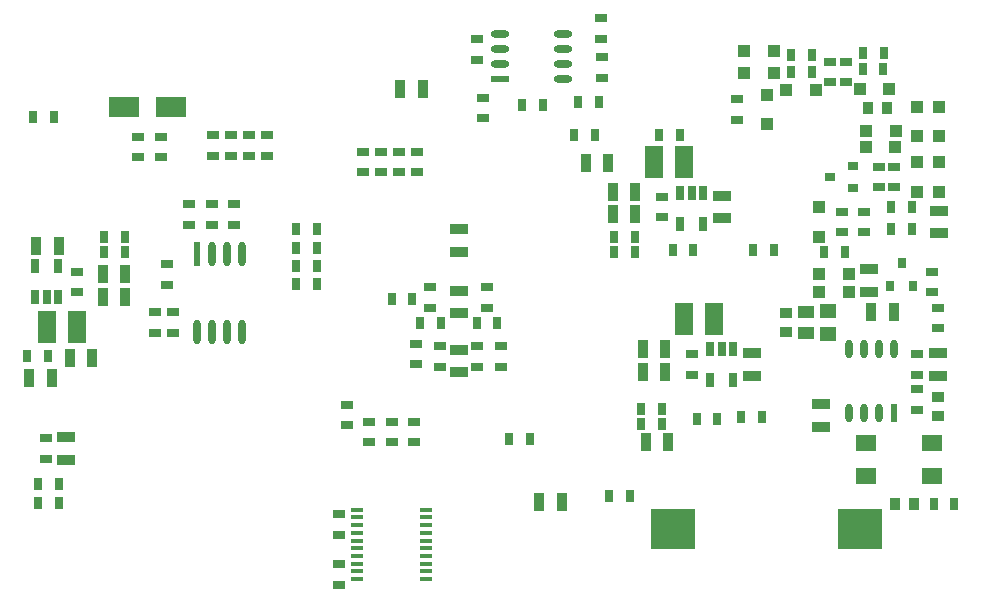
<source format=gbp>
G04 #@! TF.GenerationSoftware,KiCad,Pcbnew,5.0.0-rc3+dfsg1-1*
G04 #@! TF.CreationDate,2018-07-07T16:08:11+02:00*
G04 #@! TF.ProjectId,ulx3s,756C7833732E6B696361645F70636200,rev?*
G04 #@! TF.SameCoordinates,Original*
G04 #@! TF.FileFunction,Paste,Bot*
G04 #@! TF.FilePolarity,Positive*
%FSLAX46Y46*%
G04 Gerber Fmt 4.6, Leading zero omitted, Abs format (unit mm)*
G04 Created by KiCad (PCBNEW 5.0.0-rc3+dfsg1-1) date Sat Jul  7 16:08:11 2018*
%MOMM*%
%LPD*%
G01*
G04 APERTURE LIST*
%ADD10R,0.670000X1.000000*%
%ADD11R,3.700000X3.500000*%
%ADD12R,1.550000X0.600000*%
%ADD13O,1.550000X0.600000*%
%ADD14R,0.600000X2.100000*%
%ADD15O,0.600000X2.100000*%
%ADD16R,0.600000X1.550000*%
%ADD17O,0.600000X1.550000*%
%ADD18R,1.000000X0.400000*%
%ADD19R,0.700000X1.200000*%
%ADD20R,1.800000X1.400000*%
%ADD21R,0.970000X1.500000*%
%ADD22R,1.500000X0.970000*%
%ADD23R,1.000000X0.670000*%
%ADD24R,1.000000X1.000000*%
%ADD25R,1.500000X2.700000*%
%ADD26R,2.500000X1.800000*%
%ADD27R,0.800000X0.900000*%
%ADD28R,0.900000X0.800000*%
%ADD29R,0.820000X1.000000*%
%ADD30R,1.000000X0.820000*%
%ADD31R,1.400000X1.120000*%
%ADD32R,1.400000X1.295000*%
G04 APERTURE END LIST*
D10*
G04 #@! TO.C,C49*
X103738000Y-91156000D03*
X101988000Y-91156000D03*
G04 #@! TD*
D11*
G04 #@! TO.C,BAT1*
X172485000Y-105870000D03*
X156685000Y-105870000D03*
G04 #@! TD*
D12*
G04 #@! TO.C,U11*
X141980000Y-67706500D03*
D13*
X141980000Y-66436500D03*
X141980000Y-65166500D03*
X141980000Y-63896500D03*
X147380000Y-63896500D03*
X147380000Y-65166500D03*
X147380000Y-66436500D03*
X147380000Y-67706500D03*
G04 #@! TD*
D14*
G04 #@! TO.C,U10*
X116340000Y-82520000D03*
D15*
X117610000Y-82520000D03*
X118880000Y-82520000D03*
X120150000Y-82520000D03*
X120150000Y-89124000D03*
X118880000Y-89124000D03*
X117610000Y-89124000D03*
X116340000Y-89124000D03*
G04 #@! TD*
D16*
G04 #@! TO.C,U7*
X175395000Y-96015000D03*
D17*
X174125000Y-96015000D03*
X172855000Y-96015000D03*
X171585000Y-96015000D03*
X171585000Y-90615000D03*
X172855000Y-90615000D03*
X174125000Y-90615000D03*
X175395000Y-90615000D03*
G04 #@! TD*
D18*
G04 #@! TO.C,U6*
X129935000Y-104215000D03*
X129935000Y-104865000D03*
X129935000Y-105515000D03*
X129935000Y-106165000D03*
X129935000Y-106815000D03*
X129935000Y-107465000D03*
X129935000Y-108115000D03*
X129935000Y-108765000D03*
X129935000Y-109415000D03*
X129935000Y-110065000D03*
X135735000Y-110065000D03*
X135735000Y-109415000D03*
X135735000Y-108765000D03*
X135735000Y-108115000D03*
X135735000Y-107465000D03*
X135735000Y-106815000D03*
X135735000Y-106165000D03*
X135735000Y-105515000D03*
X135735000Y-104865000D03*
X135735000Y-104215000D03*
G04 #@! TD*
D19*
G04 #@! TO.C,U5*
X157285000Y-77392000D03*
X158235000Y-77392000D03*
X159185000Y-77392000D03*
X159185000Y-79992000D03*
X157285000Y-79992000D03*
G04 #@! TD*
G04 #@! TO.C,U3*
X159825000Y-90600000D03*
X160775000Y-90600000D03*
X161725000Y-90600000D03*
X161725000Y-93200000D03*
X159825000Y-93200000D03*
G04 #@! TD*
G04 #@! TO.C,U4*
X104575000Y-86215000D03*
X103625000Y-86215000D03*
X102675000Y-86215000D03*
X102675000Y-83615000D03*
X104575000Y-83615000D03*
G04 #@! TD*
D20*
G04 #@! TO.C,Y2*
X178576000Y-98522000D03*
X172976000Y-98522000D03*
X172976000Y-101322000D03*
X178576000Y-101322000D03*
G04 #@! TD*
D21*
G04 #@! TO.C,C47*
X133546000Y-68550000D03*
X135456000Y-68550000D03*
G04 #@! TD*
G04 #@! TO.C,C1*
X102748500Y-81885000D03*
X104658500Y-81885000D03*
G04 #@! TD*
D10*
G04 #@! TO.C,C2*
X153985000Y-96910000D03*
X155735000Y-96910000D03*
G04 #@! TD*
D21*
G04 #@! TO.C,C3*
X156015000Y-90630000D03*
X154105000Y-90630000D03*
G04 #@! TD*
G04 #@! TO.C,C4*
X154105000Y-92535000D03*
X156015000Y-92535000D03*
G04 #@! TD*
D22*
G04 #@! TO.C,C5*
X163315000Y-90945000D03*
X163315000Y-92855000D03*
G04 #@! TD*
D10*
G04 #@! TO.C,C6*
X151645000Y-82375000D03*
X153395000Y-82375000D03*
G04 #@! TD*
D21*
G04 #@! TO.C,C7*
X153475000Y-79200000D03*
X151565000Y-79200000D03*
G04 #@! TD*
G04 #@! TO.C,C8*
X153475000Y-77295000D03*
X151565000Y-77295000D03*
G04 #@! TD*
D22*
G04 #@! TO.C,C9*
X160775000Y-79520000D03*
X160775000Y-77610000D03*
G04 #@! TD*
D10*
G04 #@! TO.C,C10*
X108465000Y-81105000D03*
X110215000Y-81105000D03*
G04 #@! TD*
D21*
G04 #@! TO.C,C11*
X108385000Y-84280000D03*
X110295000Y-84280000D03*
G04 #@! TD*
G04 #@! TO.C,C12*
X110295000Y-86185000D03*
X108385000Y-86185000D03*
G04 #@! TD*
D22*
G04 #@! TO.C,C13*
X173221000Y-83833000D03*
X173221000Y-85743000D03*
G04 #@! TD*
D23*
G04 #@! TO.C,C14*
X175380000Y-76900000D03*
X175380000Y-75150000D03*
G04 #@! TD*
D22*
G04 #@! TO.C,C15*
X105276000Y-99967000D03*
X105276000Y-98057000D03*
G04 #@! TD*
D21*
G04 #@! TO.C,C16*
X173424000Y-87473000D03*
X175334000Y-87473000D03*
G04 #@! TD*
D22*
G04 #@! TO.C,C17*
X138500000Y-90665000D03*
X138500000Y-92575000D03*
G04 #@! TD*
D23*
G04 #@! TO.C,C18*
X150589600Y-64359000D03*
X150589600Y-62609000D03*
G04 #@! TD*
D22*
G04 #@! TO.C,C19*
X138500000Y-82375000D03*
X138500000Y-80465000D03*
G04 #@! TD*
G04 #@! TO.C,C20*
X138500000Y-87575000D03*
X138500000Y-85665000D03*
G04 #@! TD*
D21*
G04 #@! TO.C,C21*
X104072000Y-93061000D03*
X102162000Y-93061000D03*
G04 #@! TD*
G04 #@! TO.C,C22*
X154359000Y-98504000D03*
X156269000Y-98504000D03*
G04 #@! TD*
G04 #@! TO.C,C23*
X105591000Y-91392000D03*
X107501000Y-91392000D03*
G04 #@! TD*
G04 #@! TO.C,C24*
X151189000Y-74882000D03*
X149279000Y-74882000D03*
G04 #@! TD*
D23*
G04 #@! TO.C,C25*
X140900000Y-87095000D03*
X140900000Y-85345000D03*
G04 #@! TD*
G04 #@! TO.C,C26*
X136100000Y-87095000D03*
X136100000Y-85345000D03*
G04 #@! TD*
G04 #@! TO.C,C27*
X136900000Y-92095000D03*
X136900000Y-90345000D03*
G04 #@! TD*
G04 #@! TO.C,C28*
X140100000Y-90345000D03*
X140100000Y-92095000D03*
G04 #@! TD*
G04 #@! TO.C,C29*
X142100000Y-92095000D03*
X142100000Y-90345000D03*
G04 #@! TD*
G04 #@! TO.C,C30*
X134900000Y-90145000D03*
X134900000Y-91895000D03*
G04 #@! TD*
D10*
G04 #@! TO.C,C31*
X135225000Y-88420000D03*
X136975000Y-88420000D03*
G04 #@! TD*
G04 #@! TO.C,C32*
X140025000Y-88420000D03*
X141775000Y-88420000D03*
G04 #@! TD*
G04 #@! TO.C,C33*
X163425000Y-82220000D03*
X165175000Y-82220000D03*
G04 #@! TD*
G04 #@! TO.C,C34*
X158375000Y-82220000D03*
X156625000Y-82220000D03*
G04 #@! TD*
D23*
G04 #@! TO.C,C35*
X177300000Y-94025000D03*
X177300000Y-95775000D03*
G04 #@! TD*
D21*
G04 #@! TO.C,C46*
X145342000Y-103584000D03*
X147252000Y-103584000D03*
G04 #@! TD*
D10*
G04 #@! TO.C,C48*
X104246000Y-70963000D03*
X102496000Y-70963000D03*
G04 #@! TD*
D23*
G04 #@! TO.C,C50*
X179063000Y-88856000D03*
X179063000Y-87106000D03*
G04 #@! TD*
D10*
G04 #@! TO.C,C51*
X180473000Y-103711000D03*
X178723000Y-103711000D03*
G04 #@! TD*
G04 #@! TO.C,C52*
X158645000Y-96490000D03*
X160395000Y-96490000D03*
G04 #@! TD*
G04 #@! TO.C,C53*
X132827200Y-86330000D03*
X134577200Y-86330000D03*
G04 #@! TD*
D22*
G04 #@! TO.C,C54*
X169172000Y-95281000D03*
X169172000Y-97191000D03*
G04 #@! TD*
G04 #@! TO.C,D11*
X179190000Y-80790000D03*
X179190000Y-78880000D03*
G04 #@! TD*
D24*
G04 #@! TO.C,D10*
X169050000Y-84280000D03*
X171550000Y-84280000D03*
G04 #@! TD*
G04 #@! TO.C,D12*
X169030000Y-78585000D03*
X169030000Y-81085000D03*
G04 #@! TD*
G04 #@! TO.C,D13*
X171550000Y-85804000D03*
X169050000Y-85804000D03*
G04 #@! TD*
G04 #@! TO.C,D14*
X179190000Y-74775000D03*
X179190000Y-77275000D03*
G04 #@! TD*
G04 #@! TO.C,D15*
X177285000Y-77275000D03*
X177285000Y-74775000D03*
G04 #@! TD*
G04 #@! TO.C,D16*
X172987000Y-73503000D03*
X175487000Y-73503000D03*
G04 #@! TD*
G04 #@! TO.C,D17*
X164585000Y-69060000D03*
X164585000Y-71560000D03*
G04 #@! TD*
G04 #@! TO.C,D20*
X168756000Y-68659000D03*
X166256000Y-68659000D03*
G04 #@! TD*
G04 #@! TO.C,D21*
X174979000Y-68550000D03*
X172479000Y-68550000D03*
G04 #@! TD*
G04 #@! TO.C,D23*
X165200000Y-67262000D03*
X162700000Y-67262000D03*
G04 #@! TD*
G04 #@! TO.C,D24*
X162700000Y-65357000D03*
X165200000Y-65357000D03*
G04 #@! TD*
G04 #@! TO.C,D25*
X177285000Y-72594000D03*
X177285000Y-70094000D03*
G04 #@! TD*
G04 #@! TO.C,D26*
X179190000Y-70094000D03*
X179190000Y-72594000D03*
G04 #@! TD*
D23*
G04 #@! TO.C,R49*
X113277000Y-74360000D03*
X113277000Y-72610000D03*
G04 #@! TD*
G04 #@! TO.C,R50*
X111372000Y-72610000D03*
X111372000Y-74360000D03*
G04 #@! TD*
D10*
G04 #@! TO.C,R51*
X155455000Y-72487000D03*
X157205000Y-72487000D03*
G04 #@! TD*
D23*
G04 #@! TO.C,R52*
X171331000Y-66278000D03*
X171331000Y-68028000D03*
G04 #@! TD*
G04 #@! TO.C,R53*
X169919000Y-68028000D03*
X169919000Y-66278000D03*
G04 #@! TD*
D10*
G04 #@! TO.C,R54*
X174477000Y-65502000D03*
X172727000Y-65502000D03*
G04 #@! TD*
D23*
G04 #@! TO.C,R56*
X128390000Y-106321000D03*
X128390000Y-104571000D03*
G04 #@! TD*
G04 #@! TO.C,R57*
X117722000Y-72483000D03*
X117722000Y-74233000D03*
G04 #@! TD*
G04 #@! TO.C,R58*
X119246000Y-74233000D03*
X119246000Y-72483000D03*
G04 #@! TD*
G04 #@! TO.C,R59*
X120770000Y-72483000D03*
X120770000Y-74233000D03*
G04 #@! TD*
G04 #@! TO.C,R60*
X122294000Y-74233000D03*
X122294000Y-72483000D03*
G04 #@! TD*
D10*
G04 #@! TO.C,R61*
X145655000Y-69900000D03*
X143905000Y-69900000D03*
G04 #@! TD*
G04 #@! TO.C,R40*
X166631000Y-65738000D03*
X168381000Y-65738000D03*
G04 #@! TD*
D23*
G04 #@! TO.C,R55*
X134740000Y-96740000D03*
X134740000Y-98490000D03*
G04 #@! TD*
D22*
G04 #@! TO.C,C55*
X179078000Y-90963000D03*
X179078000Y-92873000D03*
G04 #@! TD*
D23*
G04 #@! TO.C,R65*
X177300000Y-92793000D03*
X177300000Y-91043000D03*
G04 #@! TD*
D25*
G04 #@! TO.C,L1*
X160140000Y-88090000D03*
X157600000Y-88090000D03*
G04 #@! TD*
G04 #@! TO.C,L2*
X103625000Y-88725000D03*
X106165000Y-88725000D03*
G04 #@! TD*
G04 #@! TO.C,L3*
X155060000Y-74755000D03*
X157600000Y-74755000D03*
G04 #@! TD*
D10*
G04 #@! TO.C,R1*
X171175000Y-82375000D03*
X169425000Y-82375000D03*
G04 #@! TD*
D23*
G04 #@! TO.C,R2*
X172840000Y-78960000D03*
X172840000Y-80710000D03*
G04 #@! TD*
G04 #@! TO.C,R3*
X162045000Y-71185000D03*
X162045000Y-69435000D03*
G04 #@! TD*
D10*
G04 #@! TO.C,R4*
X176890000Y-80470000D03*
X175140000Y-80470000D03*
G04 #@! TD*
D23*
G04 #@! TO.C,R5*
X174110000Y-75150000D03*
X174110000Y-76900000D03*
G04 #@! TD*
G04 #@! TO.C,R6*
X178555000Y-85790000D03*
X178555000Y-84040000D03*
G04 #@! TD*
G04 #@! TO.C,R7*
X113785000Y-85155000D03*
X113785000Y-83405000D03*
G04 #@! TD*
G04 #@! TO.C,R8*
X170935000Y-80710000D03*
X170935000Y-78960000D03*
G04 #@! TD*
G04 #@! TO.C,R9*
X128390000Y-110555000D03*
X128390000Y-108805000D03*
G04 #@! TD*
D10*
G04 #@! TO.C,R10*
X151264000Y-103076000D03*
X153014000Y-103076000D03*
G04 #@! TD*
D23*
G04 #@! TO.C,R11*
X119515000Y-80093000D03*
X119515000Y-78343000D03*
G04 #@! TD*
G04 #@! TO.C,R12*
X114308000Y-89219000D03*
X114308000Y-87469000D03*
G04 #@! TD*
D10*
G04 #@! TO.C,R13*
X175140000Y-78565000D03*
X176890000Y-78565000D03*
G04 #@! TD*
G04 #@! TO.C,R14*
X124721000Y-85060000D03*
X126471000Y-85060000D03*
G04 #@! TD*
G04 #@! TO.C,R15*
X126471000Y-83536000D03*
X124721000Y-83536000D03*
G04 #@! TD*
G04 #@! TO.C,R16*
X124721000Y-82012000D03*
X126471000Y-82012000D03*
G04 #@! TD*
G04 #@! TO.C,R17*
X126471000Y-80470000D03*
X124721000Y-80470000D03*
G04 #@! TD*
D23*
G04 #@! TO.C,R18*
X130422000Y-73898000D03*
X130422000Y-75648000D03*
G04 #@! TD*
G04 #@! TO.C,R19*
X131961000Y-73898000D03*
X131961000Y-75648000D03*
G04 #@! TD*
G04 #@! TO.C,R20*
X133485000Y-73898000D03*
X133485000Y-75648000D03*
G04 #@! TD*
G04 #@! TO.C,R21*
X135009000Y-75648000D03*
X135009000Y-73898000D03*
G04 #@! TD*
G04 #@! TO.C,R22*
X140025500Y-66105000D03*
X140025500Y-64355000D03*
G04 #@! TD*
G04 #@! TO.C,R23*
X140597000Y-71076000D03*
X140597000Y-69326000D03*
G04 #@! TD*
G04 #@! TO.C,R24*
X150615000Y-67647000D03*
X150615000Y-65897000D03*
G04 #@! TD*
D10*
G04 #@! TO.C,R25*
X148300000Y-72487000D03*
X150050000Y-72487000D03*
G04 #@! TD*
G04 #@! TO.C,R26*
X150362000Y-69693000D03*
X148612000Y-69693000D03*
G04 #@! TD*
D23*
G04 #@! TO.C,R27*
X129025000Y-95300000D03*
X129025000Y-97050000D03*
G04 #@! TD*
G04 #@! TO.C,R28*
X117595000Y-78343000D03*
X117595000Y-80093000D03*
G04 #@! TD*
G04 #@! TO.C,R29*
X112784000Y-89219000D03*
X112784000Y-87469000D03*
G04 #@! TD*
G04 #@! TO.C,R30*
X115690000Y-78343000D03*
X115690000Y-80093000D03*
G04 #@! TD*
D10*
G04 #@! TO.C,R31*
X142755000Y-98250000D03*
X144505000Y-98250000D03*
G04 #@! TD*
D23*
G04 #@! TO.C,R32*
X132835000Y-98490000D03*
X132835000Y-96740000D03*
G04 #@! TD*
G04 #@! TO.C,R33*
X130930000Y-96740000D03*
X130930000Y-98490000D03*
G04 #@! TD*
D10*
G04 #@! TO.C,R34*
X102877000Y-103600000D03*
X104627000Y-103600000D03*
G04 #@! TD*
G04 #@! TO.C,R35*
X102877000Y-102060000D03*
X104627000Y-102060000D03*
G04 #@! TD*
D23*
G04 #@! TO.C,R38*
X103576500Y-99905000D03*
X103576500Y-98155000D03*
G04 #@! TD*
D10*
G04 #@! TO.C,R39*
X164190000Y-96345000D03*
X162440000Y-96345000D03*
G04 #@! TD*
G04 #@! TO.C,R63*
X168381000Y-67135000D03*
X166631000Y-67135000D03*
G04 #@! TD*
G04 #@! TO.C,R64*
X174475000Y-66899000D03*
X172725000Y-66899000D03*
G04 #@! TD*
G04 #@! TO.C,RA1*
X153985000Y-95640000D03*
X155735000Y-95640000D03*
G04 #@! TD*
G04 #@! TO.C,RA2*
X110215000Y-82375000D03*
X108465000Y-82375000D03*
G04 #@! TD*
G04 #@! TO.C,RA3*
X151645000Y-81105000D03*
X153395000Y-81105000D03*
G04 #@! TD*
D23*
G04 #@! TO.C,RB1*
X158235000Y-92775000D03*
X158235000Y-91025000D03*
G04 #@! TD*
G04 #@! TO.C,RB2*
X106165000Y-85790000D03*
X106165000Y-84040000D03*
G04 #@! TD*
G04 #@! TO.C,RB3*
X155695000Y-79440000D03*
X155695000Y-77690000D03*
G04 #@! TD*
D26*
G04 #@! TO.C,D8*
X110149000Y-70074000D03*
X114149000Y-70074000D03*
G04 #@! TD*
D27*
G04 #@! TO.C,Q1*
X176015000Y-83280000D03*
X175065000Y-85280000D03*
X176965000Y-85280000D03*
G04 #@! TD*
D28*
G04 #@! TO.C,Q2*
X171935000Y-75075000D03*
X171935000Y-76975000D03*
X169935000Y-76025000D03*
G04 #@! TD*
D24*
G04 #@! TO.C,D27*
X175502000Y-72106000D03*
X173002000Y-72106000D03*
G04 #@! TD*
D29*
G04 #@! TO.C,R66*
X173198000Y-70201000D03*
X174798000Y-70201000D03*
G04 #@! TD*
D30*
G04 #@! TO.C,C56*
X179078000Y-96274000D03*
X179078000Y-94674000D03*
G04 #@! TD*
D29*
G04 #@! TO.C,C57*
X177084000Y-103711000D03*
X175484000Y-103711000D03*
G04 #@! TD*
D31*
G04 #@! TO.C,C58*
X167902000Y-89242000D03*
X167902000Y-87482000D03*
G04 #@! TD*
D30*
G04 #@! TO.C,C59*
X166251000Y-89162000D03*
X166251000Y-87562000D03*
G04 #@! TD*
D32*
G04 #@! TO.C,L4*
X169807000Y-87394500D03*
X169807000Y-89329500D03*
G04 #@! TD*
M02*

</source>
